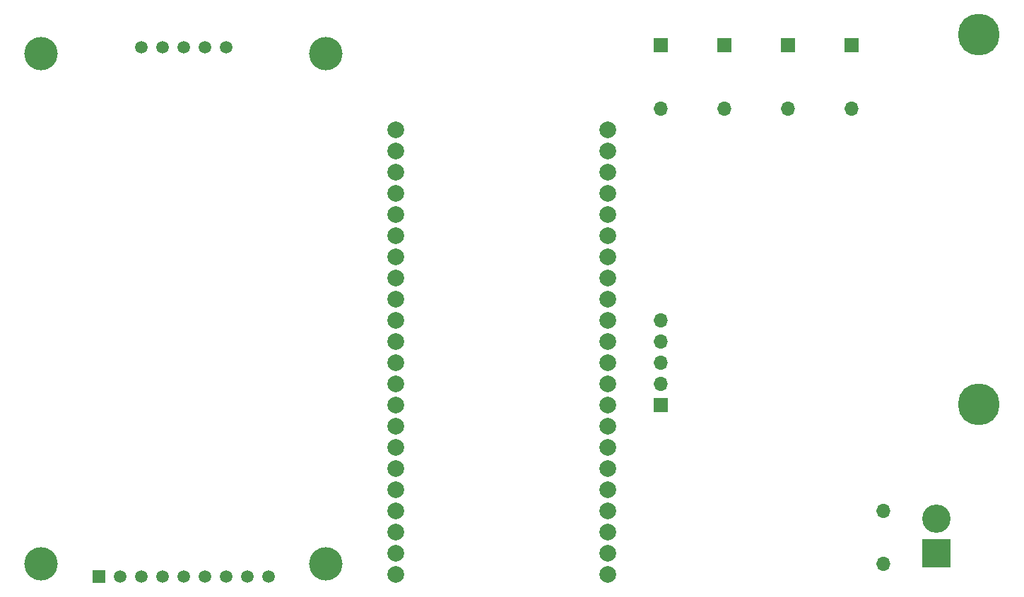
<source format=gbr>
%TF.GenerationSoftware,KiCad,Pcbnew,7.0.7*%
%TF.CreationDate,2023-11-14T16:57:36+01:00*%
%TF.ProjectId,ssr25router,73737232-3572-46f7-9574-65722e6b6963,rev?*%
%TF.SameCoordinates,Original*%
%TF.FileFunction,Soldermask,Bot*%
%TF.FilePolarity,Negative*%
%FSLAX46Y46*%
G04 Gerber Fmt 4.6, Leading zero omitted, Abs format (unit mm)*
G04 Created by KiCad (PCBNEW 7.0.7) date 2023-11-14 16:57:36*
%MOMM*%
%LPD*%
G01*
G04 APERTURE LIST*
%ADD10R,3.400000X3.400000*%
%ADD11O,3.400000X3.400000*%
%ADD12C,0.800000*%
%ADD13C,5.000000*%
%ADD14R,1.700000X1.700000*%
%ADD15O,1.700000X1.700000*%
%ADD16C,2.000000*%
%ADD17C,4.000000*%
%ADD18R,1.500000X1.500000*%
%ADD19C,1.500000*%
G04 APERTURE END LIST*
D10*
%TO.C,J1*%
X143510000Y-104140000D03*
D11*
X143510000Y-99949000D03*
%TD*%
D12*
%TO.C,H2*%
X146770825Y-86304175D03*
X147320000Y-84978350D03*
X147320000Y-87630000D03*
X148645825Y-84429175D03*
D13*
X148645825Y-86304175D03*
D12*
X148645825Y-88179175D03*
X149971650Y-84978350D03*
X149971650Y-87630000D03*
X150520825Y-86304175D03*
%TD*%
D14*
%TO.C,U2*%
X110490000Y-86360000D03*
D15*
X110490000Y-83820000D03*
X110490000Y-81280000D03*
X110490000Y-78740000D03*
X110490000Y-76200000D03*
X137160000Y-105410000D03*
X137160000Y-99060000D03*
%TD*%
D14*
%TO.C,RL3*%
X118110000Y-43190000D03*
D15*
X118110000Y-50810000D03*
%TD*%
D14*
%TO.C,RL4*%
X110490000Y-43190000D03*
D15*
X110490000Y-50810000D03*
%TD*%
D16*
%TO.C,U1*%
X78740000Y-53340000D03*
X78740000Y-55880000D03*
X78740000Y-58420000D03*
X78740000Y-60960000D03*
X78740000Y-63500000D03*
X78740000Y-66040000D03*
X78740000Y-68580000D03*
X78740000Y-71120000D03*
X78740000Y-73660000D03*
X78740000Y-76200000D03*
X78740000Y-78740000D03*
X78740000Y-81280000D03*
X78740000Y-83820000D03*
X78740000Y-86360000D03*
X78740000Y-88900000D03*
X78740000Y-91440000D03*
X78740000Y-93980000D03*
X78740000Y-96520000D03*
X78740000Y-99060000D03*
X78740000Y-101600000D03*
X78740000Y-104140000D03*
X78740000Y-106680000D03*
X104141864Y-106680000D03*
X104140000Y-104140000D03*
X104140000Y-101600000D03*
X104140000Y-99060000D03*
X104140000Y-96520000D03*
X104140000Y-93980000D03*
X104140000Y-91440000D03*
X104140000Y-88900000D03*
X104140000Y-86360000D03*
X104140000Y-83820000D03*
X104140000Y-81280000D03*
X104140000Y-78740000D03*
X104140000Y-76200000D03*
X104140000Y-73660000D03*
X104140000Y-71120000D03*
X104140000Y-68580000D03*
X104140000Y-66040000D03*
X104140000Y-63500000D03*
X104140000Y-60960000D03*
X104140000Y-58420000D03*
X104140000Y-55880000D03*
X104140000Y-53340000D03*
%TD*%
D17*
%TO.C,U3*%
X36290000Y-105410000D03*
X70390000Y-105410000D03*
X36290000Y-44210000D03*
X70390000Y-44210000D03*
D18*
X43180000Y-106910000D03*
D19*
X45720000Y-106910000D03*
X48260000Y-106910000D03*
X50800000Y-106910000D03*
X53340000Y-106910000D03*
X55880000Y-106910000D03*
X58420000Y-106910000D03*
X60960000Y-106910000D03*
X63500000Y-106910000D03*
X48260000Y-43390000D03*
X50800000Y-43390000D03*
X53340000Y-43390000D03*
X55880000Y-43390000D03*
X58420000Y-43390000D03*
%TD*%
D14*
%TO.C,RL1*%
X133350000Y-43180000D03*
D15*
X133350000Y-50800000D03*
%TD*%
D12*
%TO.C,H1*%
X146770825Y-41910000D03*
X147320000Y-40584175D03*
X147320000Y-43235825D03*
X148645825Y-40035000D03*
D13*
X148645825Y-41910000D03*
D12*
X148645825Y-43785000D03*
X149971650Y-40584175D03*
X149971650Y-43235825D03*
X150520825Y-41910000D03*
%TD*%
D14*
%TO.C,RL2*%
X125730000Y-43190000D03*
D15*
X125730000Y-50810000D03*
%TD*%
M02*

</source>
